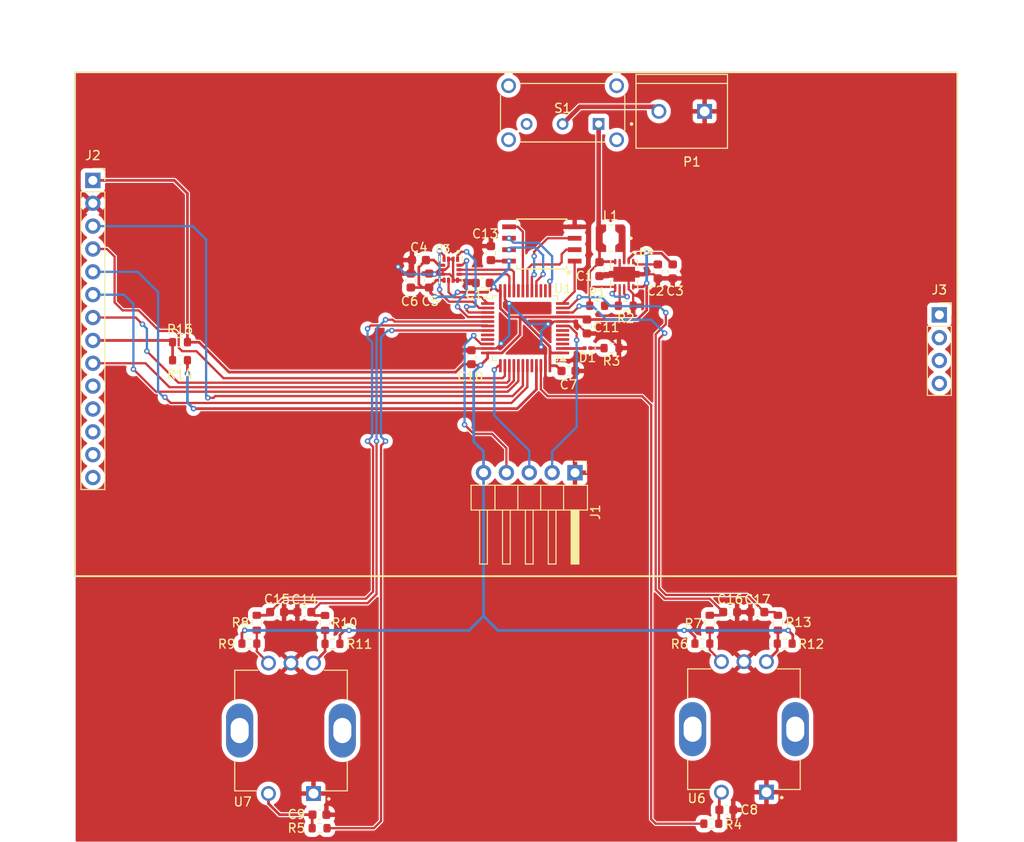
<source format=kicad_pcb>
(kicad_pcb (version 20241229) (generator "pcbnew") (generator_version "9.0")
  (layers (0 "F.Cu" signal) (2 "B.Cu" signal) (13 "F.Paste" user) (15 "B.Paste" user) (5 "F.SilkS" user "F.Silkscreen") (7 "B.SilkS" user "B.Silkscreen") (1 "F.Mask" user) (3 "B.Mask" user) (25 "Edge.Cuts" user))
  (net 0 "")
  (net 1 "Net-(U4-EN)")
  (net 2 "GND")
  (net 3 "Net-(U4-VAUX)")
  (net 4 "+3V3")
  (net 5 "Net-(U6-PB_2)")
  (net 6 "Net-(U7-PB_2)")
  (net 7 "Net-(D1-K)")
  (net 8 "Net-(D1-A)")
  (net 9 "/DEBUG_CLK")
  (net 10 "/DEBUG_DIO")
  (net 11 "/NRST")
  (net 12 "/RESET")
  (net 13 "/SPI3_MOCI")
  (net 14 "/UNUSED_T_IRQ")
  (net 15 "/UNUSED_T_DIN")
  (net 16 "/UNUSED_T_CS")
  (net 17 "/UNUSED_T_DO")
  (net 18 "/SPI3_CS")
  (net 19 "/SPI3_SCK")
  (net 20 "/DC{slash}RS")
  (net 21 "/SPI3_MICO")
  (net 22 "/UNUSED_T_CLK")
  (net 23 "/LED")
  (net 28 "Net-(U4-L)")
  (net 29 "Net-(U4-UVLO)")
  (net 30 "/PB_2")
  (net 31 "/PB_1")
  (net 32 "/QEI2_A")
  (net 33 "/SPI2_SCK")
  (net 34 "/IMU_INT1")
  (net 35 "/QUADSPI_CLK")
  (net 39 "/SPI2_MOCI")
  (net 41 "/SPI2_MICO")
  (net 42 "/QUADSPI_IO0")
  (net 44 "/QEI1_A")
  (net 45 "/QUADSPI_IO3")
  (net 47 "/QUADSPI_NCS")
  (net 48 "/SPI2_CS")
  (net 50 "/QEI2_B")
  (net 54 "/IMU_INT2")
  (net 55 "/QUADSPI_IO2")
  (net 56 "/QEI1_B")
  (net 57 "/QUADSPI_IO1")
  (net 58 "Net-(J2-Pin_8)")
  (net 59 "Net-(U6-Quad_B)")
  (net 60 "Net-(U7-Quad_B)")
  (net 61 "Net-(U7-Quad_A)")
  (net 62 "Net-(U6-Quad_A)")
  (net 67 "Net-(P1-Pad2)")
  (footprint "PEC11R_4215F_S0024:XDCR_PEC11R-4215F-S0024" (layer "F.Cu") (at 178.738 125.041 180)
    (property "Reference" "U6")
    (property "Value" "Adafruit 377 Rotary Encoder" (hide yes))
  )
  (footprint "Resistor_SMD:R_0603_1608Metric" (layer "F.Cu") (at 133.044 115.556)
    (property "Reference" "R11")
    (property "Value" "10k" (hide yes))
  )
  (footprint "Resistor_SMD:R_0603_1608Metric" (layer "F.Cu") (at 123.814 115.533)
    (property "Reference" "R9")
    (property "Value" "10k" (hide yes))
  )
  (footprint "ICM_42688_P:PQFN50P300X250X97-14N" (layer "F.Cu") (at 146.188 73.9885 -90)
    (property "Reference" "U3")
    (property "Value" "ICM-42688-P" (hide yes))
  )
  (footprint "Resistor_SMD:R_0603_1608Metric" (layer "F.Cu") (at 162.438 77.9885)
    (property "Reference" "R1")
    (property "Value" "2M" (hide yes))
  )
  (footprint "Capacitor_SMD:C_0603_1608Metric" (layer "F.Cu") (at 131.596 134.541)
    (property "Reference" "C9")
    (property "Value" "0.47uF" (hide yes))
  )
  (footprint "Resistor_SMD:R_0603_1608Metric" (layer "F.Cu") (at 165.613 77.9885)
    (property "Reference" "R2")
    (property "Value" "250k" (hide yes))
  )
  (footprint "Resistor_SMD:R_0603_1608Metric" (layer "F.Cu") (at 183.264 115.533)
    (property "Reference" "R12")
    (property "Value" "10k" (hide yes))
  )
  (footprint "Capacitor_SMD:C_0603_1608Metric" (layer "F.Cu") (at 161.301 80.296 -90)
    (property "Reference" "C11")
    (property "Value" "0.1uF" (hide yes))
  )
  (footprint "Capacitor_SMD:C_0603_1608Metric" (layer "F.Cu") (at 176.782 134.004)
    (property "Reference" "C8")
    (property "Value" "0.47uF" (hide yes))
  )
  (footprint "TPS61201DRCT:VREG_V62_16624-01YE" (layer "F.Cu") (at 165.438 74.4885 -90)
    (property "Reference" "U4")
    (property "Value" "~" (hide yes))
  )
  (footprint "Capacitor_SMD:C_0603_1608Metric" (layer "F.Cu") (at 126.897 112.033)
    (property "Reference" "C15")
    (property "Value" "0.22uF" (hide yes))
  )
  (footprint "Capacitor_SMD:C_0603_1608Metric" (layer "F.Cu") (at 149.731 75.457 180)
    (property "Reference" "C12")
    (property "Value" "0.1uF" (hide yes))
  )
  (footprint "Capacitor_SMD:C_0603_1608Metric" (layer "F.Cu") (at 170.826 74.174 -90)
    (property "Reference" "C3")
    (property "Value" "12uF" (hide yes))
  )
  (footprint "EG1224:SW_EG1224" (layer "F.Cu") (at 158.604 56.541 180)
    (property "Reference" "S1")
    (property "Value" "EG1224" (hide yes))
  )
  (footprint "Capacitor_SMD:C_0603_1608Metric" (layer "F.Cu") (at 142.645 72.917 180)
    (property "Reference" "C4")
    (property "Value" "10nF" (hide yes))
  )
  (footprint "Connector_PinSocket_2.54mm:PinSocket_1x14_P2.54mm_Vertical" (layer "F.Cu") (at 106.438 64.061)
    (property "Reference" "J2")
    (property "Value" "Display / Mounting Socket")
  )
  (footprint "Resistor_SMD:R_0603_1608Metric" (layer "F.Cu") (at 131.613 136.041)
    (property "Reference" "R5")
    (property "Value" "10k" (hide yes))
  )
  (footprint "Capacitor_SMD:C_0603_1608Metric" (layer "F.Cu") (at 177.206 112.033)
    (property "Reference" "C16")
    (property "Value" "0.22uF" (hide yes))
  )
  (footprint "LED_SMD:LED_0201_0603Metric" (layer "F.Cu") (at 161.361 82.696 180)
    (property "Reference" "D1")
    (property "Value" "LED" (hide yes))
  )
  (footprint "Capacitor_SMD:C_0603_1608Metric" (layer "F.Cu") (at 180.228 112.033 180)
    (property "Reference" "C17")
    (property "Value" "0.22uF" (hide yes))
  )
  (footprint "Resistor_SMD:R_0603_1608Metric" (layer "F.Cu") (at 174.948 113.208 90)
    (property "Reference" "R7")
    (property "Value" "10k" (hide yes))
  )
  (footprint "Connector_PinSocket_2.54mm:PinSocket_1x04_P2.54mm_Vertical" (layer "F.Cu") (at 200.438 79.001)
    (property "Reference" "J3")
    (property "Value" "Display Mounting Socket")
  )
  (footprint "Connector_PinHeader_2.54mm:PinHeader_1x05_P2.54mm_Horizontal" (layer "F.Cu") (at 159.978 96.541 -90)
    (property "Reference" "J1")
    (property "Value" "Debug Connector")
  )
  (footprint "Capacitor_SMD:C_0603_1608Metric" (layer "F.Cu") (at 148.474 83.712 90)
    (property "Reference" "C10")
    (property "Value" "0.1uF" (hide yes))
  )
  (footprint "Package_QFP:LQFP-48_7x7mm_P0.5mm" (layer "F.Cu") (at 154.438 80.4885 180)
    (property "Reference" "U1")
    (property "Value" "STM32L433CCTx")
  )
  (footprint "Resistor_SMD:R_0603_1608Metric" (layer "F.Cu") (at 124.639 113.208 90)
    (property "Reference" "R8")
    (property "Value" "10k" (hide yes))
  )
  (footprint "Capacitor_SMD:C_0603_1608Metric" (layer "F.Cu") (at 162.698 73.92 -90)
    (property "Reference" "C1")
    (property "Value" "4.7uF" (hide yes))
  )
  (footprint "Resistor_SMD:R_0603_1608Metric" (layer "F.Cu") (at 174.123 115.533)
    (property "Reference" "R6")
    (property "Value" "10k" (hide yes))
  )
  (footprint "Resistor_SMD:R_0603_1608Metric" (layer "F.Cu") (at 132.219 113.231 90)
    (property "Reference" "R10")
    (property "Value" "10k" (hide yes))
  )
  (footprint "w25_footprints:SOIC-8_5P28X5P28_WIN" (layer "F.Cu") (at 156.2931 71.1235 180)
    (property "Reference" "U2" (hide yes))
    (property "Value" "W25Q64JV" (hide yes))
  )
  (footprint "Capacitor_SMD:C_0603_1608Metric" (layer "F.Cu") (at 150.633 72.142 90)
    (property "Reference" "C13")
    (property "Value" "0.1uF" (hide yes))
  )
  (footprint "Resistor_SMD:R_0603_1608Metric" (layer "F.Cu") (at 182.51 113.208 90)
    (property "Reference" "R13")
    (property "Value" "10k" (hide yes))
  )
  (footprint "Capacitor_SMD:C_0603_1608Metric" (layer "F.Cu") (at 129.919 112.033 180)
    (property "Reference" "C14")
    (property "Value" "0.22uF" (hide yes))
  )
  (footprint "Resistor_SMD:R_0603_1608Metric" (layer "F.Cu") (at 116.113 84.041)
    (property "Reference" "R14")
    (property "Value" "0" (hide yes))
  )
  (footprint "Capacitor_SMD:C_0603_1608Metric" (layer "F.Cu") (at 159.256 85.236)
    (property "Reference" "C7")
    (property "Value" "0.1uF" (hide yes))
  )
  (footprint "Capacitor_SMD:C_0603_1608Metric" (layer "F.Cu") (at 141.743 75.19 90)
    (property "Reference" "C6")
    (property "Value" "2.2uF" (hide yes))
  )
  (footprint "Capacitor_SMD:C_0603_1608Metric" (layer "F.Cu") (at 169.175 74.174 -90)
    (property "Reference" "C2")
    (property "Value" "0.12uF" (hide yes))
  )
  (footprint "LPS3015-222MRC:IND_LPS3015-222MRC" (layer "F.Cu") (at 163.938 70.4885 180)
    (property "Reference" "L1")
    (property "Value" "2.2uH" (hide yes))
  )
  (footprint "PEC11R_4215F_S0024:XDCR_PEC11R-4215F-S0024" (layer "F.Cu") (at 128.438 125.191 180)
    (property "Reference" "U7")
    (property "Value" "Adafruit 377 Rotary Encoder" (hide yes))
  )
  (footprint "Resistor_SMD:R_0603_1608Metric" (layer "F.Cu") (at 164.031 82.696 180)
    (property "Reference" "R3")
    (property "Value" "220" (hide yes))
  )
  (footprint "Resistor_SMD:R_0603_1608Metric" (layer "F.Cu") (at 116.113 82.041)
    (property "Reference" "R15")
    (property "Value" "0" (hide yes))
  )
  (footprint "Capacitor_SMD:C_0603_1608Metric" (layer "F.Cu") (at 143.775 75.19 90)
    (property "Reference" "C5")
    (property "Value" "0.1uF" (hide yes))
  )
  (footprint "Resistor_SMD:R_0603_1608Metric" (layer "F.Cu") (at 175.113 135.541 180)
    (property "Reference" "R4")
    (property "Value" "10k" (hide yes))
  )
  (footprint "282837_2:TE_282837-2" (layer "F.Cu") (at 171.831 56.388 180)
    (property "Reference" "P1")
    (property "Value" "282837-2")
  )
  (gr_rect (start 104.438 52.041) (end 202.438 108.041) (stroke (width 0.2)) (fill no) (layer "F.SilkS"))
  (gr_rect (start 104.438 52.041) (end 202.438 137.541) (stroke (width 0.05)) (fill no) (layer "Edge.Cuts"))
  (segment (start 162.7545 73.0885) (end 162.698 73.145) (width 0.3048) (layer "F.Cu") (net 1))
  (segment (start 164.438 73.0885) (end 162.7545 73.0885) (width 0.3048) (layer "F.Cu") (net 1))
  (segment (start 164.1005 76.651) (end 164.438 76.3135) (width 0.254) (layer "F.Cu") (net 1))
  (segment (start 164.438 76.3135) (end 164.438 75.8885) (width 0.254) (layer "F.Cu") (net 1))
  (segment (start 161.938 75.9885) (end 162.038 75.8885) (width 0.254) (layer "F.Cu") (net 1))
  (segment (start 162.698 70.5185) (end 162.668 70.4885) (width 0.3048) (layer "F.Cu") (net 1))
  (segment (start 162.604 57.791) (end 162.604 70.4245) (width 0.508) (layer "F.Cu") (net 1))
  (segment (start 161.613 76.3135) (end 161.938 75.9885) (width 0.254) (layer "F.Cu") (net 1))
  (segment (start 161.613 74.23) (end 162.698 73.145) (width 0.254) (layer "F.Cu") (net 1))
  (segment (start 162.938 70.7585) (end 162.668 70.4885) (width 0.1524) (layer "F.Cu") (net 1))
  (segment (start 162.604 70.4245) (end 162.668 70.4885) (width 0.508) (layer "F.Cu") (net 1))
  (segment (start 165.763 76.9885) (end 165.438 76.6635) (width 0.254) (layer "F.Cu") (net 1))
  (segment (start 162.698 73.145) (end 162.698 70.5185) (width 0.3048) (layer "F.Cu") (net 1))
  (segment (start 165.438 76.6635) (end 165.438 75.8885) (width 0.254) (layer "F.Cu") (net 1))
  (segment (start 161.613 76.3135) (end 161.613 74.23) (width 0.254) (layer "F.Cu") (net 1))
  (segment (start 161.613 77.9885) (end 161.613 76.3135) (width 0.254) (layer "F.Cu") (net 1))
  (segment (start 162.038 75.8885) (end 164.438 75.8885) (width 0.254) (layer "F.Cu") (net 1))
  (via (at 165.763 76.9885) (size 0.61) (drill 0.3) (layers "F.Cu" "B.Cu") (net 1))
  (via (at 164.1005 76.651) (size 0.61) (drill 0.3) (layers "F.Cu" "B.Cu") (net 1))
  (segment (start 164.1005 76.651) (end 164.438 76.9885) (width 0.254) (layer "B.Cu") (net 1))
  (segment (start 164.438 76.9885) (end 165.763 76.9885) (width 0.254) (layer "B.Cu") (net 1))
  (segment (start 157.364 80.029) (end 157.6545 79.7385) (width 0.254) (layer "F.Cu") (net 2))
  (segment (start 165.938 74.9885) (end 165.438 74.4885) (width 0.254) (layer "F.Cu") (net 2))
  (segment (start 146.938 75.1535) (end 146.438 75.1535) (width 0.254) (layer "F.Cu") (net 2))
  (segment (start 146.438 74.858501) (end 146.067999 74.4885) (width 0.254) (layer "F.Cu") (net 2))
  (segment (start 158.6005 79.7385) (end 159.9685 79.7385) (width 0.254) (layer "F.Cu") (net 2))
  (segment (start 144.379 74.4885) (end 145.273 74.4885) (width 0.254) (layer "F.Cu") (net 2))
  (segment (start 165.938 75.8885) (end 165.938 74.9885) (width 0.254) (layer "F.Cu") (net 2))
  (segment (start 146.938 75.1535) (end 148.6525 75.1535) (width 0.254) (layer "F.Cu") (net 2))
  (segment (start 165.2315 74.695) (end 165.438 74.4885) (width 0.3048) (layer "F.Cu") (net 2))
  (segment (start 157.6545 79.7385) (end 158.6005 79.7385) (width 0.254) (layer "F.Cu") (net 2))
  (segment (start 165.938 75.8885) (end 165.938 76.157) (width 0.254) (layer "F.Cu") (net 2))
  (segment (start 146.067999 74.4885) (end 145.273 74.4885) (width 0.254) (layer "F.Cu") (net 2))
  (segment (start 159.9685 79.7385) (end 161.301 81.071) (width 0.254) (layer "F.Cu") (net 2))
  (segment (start 169.175 74.949) (end 168.7145 74.4885) (width 0.254) (layer "F.Cu") (net 2))
  (segment (start 148.6725 82.7385) (end 148.474 82.937) (width 0.254) (layer "F.Cu") (net 2))
  (segment (start 151.776 82.188) (end 151.2255 82.7385) (width 0.254) (layer "F.Cu") (net 2))
  (segment (start 165.938 76.157) (end 166.438 76.657) (width 0.254) (layer "F.Cu") (net 2))
  (segment (start 164.938 73.9885) (end 165.438 74.4885) (width 0.254) (layer "F.Cu") (net 2))
  (segment (start 166.438 76.657) (end 166.438 77.9885) (width 0.254) (layer "F.Cu") (net 2))
  (segment (start 146.438 75.1535) (end 146.438 72.8235) (width 0.254) (layer "F.Cu") (net 2))
  (segment (start 164.913 73.9635) (end 165.438 74.4885) (width 0.254) (layer "F.Cu") (net 2))
  (segment (start 159.396 86.379) (end 160.031 85.744) (width 0.3048) (layer "F.Cu") (net 2))
  (segment (start 145.273 73.9885) (end 145.273 74.4885) (width 0.254) (layer "F.Cu") (net 2))
  (segment (start 160.031 85.744) (end 160.031 85.236) (width 0.3048) (layer "F.Cu") (net 2))
  (segment (start 157.237 86.379) (end 159.396 86.379) (width 0.3048) (layer "F.Cu") (net 2))
  (segment (start 162.698 74.695) (end 165.2315 74.695) (width 0.3048) (layer "F.Cu") (net 2))
  (segment (start 156.983 80.029) (end 157.364 80.029) (width 0.254) (layer "F.Cu") (net 2))
  (segment (start 156.688 85.83) (end 157.237 86.379) (width 0.3048) (layer "F.Cu") (net 2))
  (segment (start 144.379 74.4885) (end 144.879 73.9885) (width 0.254) (layer "F.Cu") (net 2))
  (segment (start 146.438 75.1535) (end 146.438 74.858501) (width 0.254) (layer "F.Cu") (net 2))
  (segment (start 152.188 77.266) (end 152.665 77.743) (width 0.254) (layer "F.Cu") (net 2))
  (segment (start 168.7145 74.4885) (end 165.438 74.4885) (width 0.254) (layer "F.Cu") (net 2))
  (segment (start 144.879 73.9885) (end 145.273 73.9885) (width 0.254) (layer "F.Cu") (net 2))
  (segment (start 156.688 84.651) (end 156.688 85.83) (width 0.3048) (layer "F.Cu") (net 2))
  (segment (start 163.231 81.071) (end 164.856 82.696) (width 0.254) (layer "F.Cu") (net 2))
  (segment (start 152.188 76.326) (end 152.188 77.266) (width 0.254) (layer "F.Cu") (net 2))
  (segment (start 145.567999 73.9885) (end 145.273 73.9885) (width 0.254) (layer "F.Cu") (net 2))
  (segment (start 156.688 84.651) (end 156.688 83.036) (width 0.3048) (layer "F.Cu") (net 2))
  (segment (start 150.2755 82.7385) (end 148.6725 82.7385) (width 0.254) (layer "F.Cu") (net 2))
  (segment (start 151.2255 82.7385) (end 150.2755 82.7385) (width 0.254) (layer "F.Cu") (net 2))
  (segment (start 156.688 83.036) (end 156.221 82.569) (width 0.3048) (layer "F.Cu") (net 2))
  (segment (start 145.938 72.8235) (end 145.938 73.618499) (width 0.254) (layer "F.Cu") (net 2))
  (segment (start 148.6525 75.1535) (end 148.956 75.457) (width 0.254) (layer "F.Cu") (net 2))
  (segment (start 145.938 73.618499) (end 145.567999 73.9885) (width 0.254) (layer "F.Cu") (net 2))
  (segment (start 145.938 72.8235) (end 146.438 72.8235) (width 0.254) (layer "F.Cu") (net 2))
  (segment (start 164.938 73.0885) (end 164.938 73.9885) (width 0.254) (layer "F.Cu") (net 2))
  (segment (start 142.251 72.93) (end 142.238 72.917) (width 0.254) (layer "F.Cu") (net 2))
  (segment (start 161.301 81.071) (end 163.231 81.071) (width 0.254) (layer "F.Cu") (net 2))
  (via (at 144.379 74.4885) (size 0.61) (drill 0.3) (layers "F.Cu" "B.Cu") (net 2))
  (via (at 156.983 80.029) (size 0.61) (drill 0.3) (layers "F.Cu" "B.Cu") (net 2))
  (via (at 140.335 73.66) (size 0.61) (drill 0.3) (layers "F.Cu" "B.Cu") (net 2))
  (via (at 156.221 82.569) (size 0.61) (drill 0.3) (layers "F.Cu" "B.Cu") (net 2))
  (via (at 152.665 77.743) (size 0.61) (drill 0.3) (layers "F.Cu" "B.Cu") (net 2))
  (via (at 151.776 82.188) (size 0.61) (drill 0.3) (layers "F.Cu" "B.Cu") (net 2))
  (segment (start 154.951 80.029) (end 152.665 77.743) (width 0.254) (layer "B.Cu") (net 2))
  (segment (start 156.221 80.791) (end 156.983 80.029) (width 0.3048) (layer "B.Cu") (net 2))
  (segment (start 156.221 82.569) (end 156.221 80.791) (width 0.3048) (layer "B.Cu") (net 2))
  (segment (start 152.665 77.743) (end 152.665 81.299) (width 0.254) (layer "B.Cu") (net 2))
  (segment (start 141.1635 74.4885) (end 144.379 74.4885) (width 0.254) (layer "B.Cu") (net 2))
  (segment (start 152.665 81.299) (end 151.776 82.188) (width 0.254) (layer "B.Cu") (net 2))
  (segment (start 156.983 80.029) (end 154.951 80.029) (width 0.254) (layer "B.Cu") (net 2))
  (segment (start 140.335 73.66) (end 141.1635 74.4885) (width 0.254) (layer "B.Cu") (net 2))
  (segment (start 166.7485 73.399) (end 169.175 73.399) (width 0.254) (layer "F.Cu") (net 3))
  (segment (start 166.438 73.0885) (end 166.7485 73.399) (width 0.254) (layer "F.Cu") (net 3))
  (segment (start 143.775 75.965) (end 141.743 75.965) (width 0.3048) (layer "F.Cu") (net 4))
  (segment (start 151.688 76.326) (end 151.375 76.326) (width 0.3048) (layer "F.Cu") (net 4))
  (segment (start 165.938 72.788501) (end 166.571501 72.155) (width 0.3048) (layer "F.Cu") (net 4))
  (segment (start 184.161 115.461) (end 184.089 115.533) (width 0.3048) (layer "F.Cu") (net 4))
  (segment (start 122.989 114.367) (end 123.299 114.057) (width 0.3048) (layer "F.Cu") (net 4))
  (segment (start 158.6005 79.2385) (end 153.8855 79.2385) (width 0.3048) (layer "F.Cu") (net 4))
  (segment (start 115.488 64.061) (end 106.438 64.061) (width 0.3048) (layer "F.Cu") (net 4))
  (segment (start 144.41 76.9885) (end 144.379 76.9885) (width 0.3048) (layer "F.Cu") (net 4))
  (segment (start 165.938 73.0885) (end 165.938 72.788501) (width 0.3048) (layer "F.Cu") (net 4))
  (segment (start 146.938 76.4885) (end 150.3635 76.4885) (width 0.3048) (layer "F.Cu") (net 4))
  (segment (start 167.538 75.8885) (end 167.938 75.4885) (width 0.3048) (layer "F.Cu") (net 4))
  (segment (start 116.938 65.511) (end 115.488 64.061) (width 0.3048) (layer "F.Cu") (net 4))
  (segment (start 122.989 115.533) (end 122.989 114.367) (width 0.3048) (layer "F.Cu") (net 4))
  (segment (start 157.3855 83.2385) (end 157.188 83.041) (width 0.3048) (layer "F.Cu") (net 4))
  (segment (start 134.377 114.065) (end 133.869 114.573) (width 0.3048) (layer "F.Cu") (net 4))
  (segment (start 151.8685 83.2385) (end 153.8855 81.2215) (width 0.3048) (layer "F.Cu") (net 4))
  (segment (start 150.938 72.9885) (end 150.978 73.0285) (width 0.1524) (layer "F.Cu") (net 4))
  (segment (start 183.653 114.065) (end 184.161 114.573) (width 0.3048) (layer "F.Cu") (net 4))
  (segment (start 142.632 75.584) (end 143.013 75.965) (width 0.3048) (layer "F.Cu") (net 4))
  (segment (start 148.474 84.487) (end 147.597 84.487) (width 0.3048) (layer "F.Cu") (net 4))
  (segment (start 142.632 73.705) (end 143.42 72.917) (width 0.3048) (layer "F.Cu") (net 4))
  (segment (start 153.8855 81.2215) (end 153.8855 79.2385) (width 0.3048) (layer "F.Cu") (net 4))
  (segment (start 184.161 114.573) (end 184.161 115.461) (width 0.3048) (layer "F.Cu") (net 4))
  (segment (start 149.49 84.601) (end 150.2755 83.8155) (width 0.3048) (layer "F.Cu") (net 4))
  (segment (start 133.869 114.573) (end 133.869 115.556) (width 0.3048) (layer "F.Cu") (net 4))
  (segment (start 143.938 76.128) (end 143.775 75.965) (width 0.3048) (layer "F.Cu") (net 4))
  (segment (start 148.588 84.601) (end 148.474 84.487) (width 0.3048) (layer "F.Cu") (net 4))
  (segment (start 157.188 82.541) (end 153.8855 79.2385) (width 0.3048) (layer "F.Cu") (net 4))
  (segment (start 166.438 75.8885) (end 167.538 75.8885) (width 0.3048) (layer "F.Cu") (net 4))
  (segment (start 150.2755 83.8155) (end 150.2755 83.2385) (width 0.3048) (layer "F.Cu") (net 4))
  (segment (start 150.7445 73.0285) (end 150.633 72.917) (width 0.3048) (layer "F.Cu") (net 4))
  (segment (start 144.5865 75.1535) (end 143.775 75.965) (width 0.3048) (layer "F.Cu") (net 4))
  (segment (start 157.188 84.651) (end 157.188 82.541) (width 0.3048) (layer "F.Cu") (net 4))
  (segment (start 151.688 78.291) (end 151.688 76.326) (width 0.3048) (layer "F.Cu") (net 4))
  (segment (start 144.8545 73.4885) (end 145.273 73.4885) (width 0.3048) (layer "F.Cu") (net 4))
  (segment (start 147.597 84.487) (end 146.721 85.363) (width 0.3048) (layer "F.Cu") (net 4))
  (segment (start 158.6005 83.2385) (end 157.3855 83.2385) (width 0.3048) (layer "F.Cu") (net 4))
  (segment (start 161.301 79.521) (end 166.9055 79.521) (width 0.3048) (layer "F.Cu") (net 4))
  (segment (start 157.188 84.651) (end 157.896 84.651) (width 0.3048) (layer "F.Cu") (net 4))
  (segment (start 134.885 114.065) (end 134.377 114.065) (width 0.3048) (layer "F.Cu") (net 4))
  (segment (start 143.42 72.917) (end 144.283 72.917) (width 0.3048) (layer "F.Cu") (net 4))
  (segment (start 151.375 76.326) (end 150.9505 75.9015) (width 0.3048) (layer "F.Cu") (net 4))
  (segment (start 150.3635 76.4885) (end 150.9505 75.9015) (width 0.3048) (layer "F.Cu") (net 4))
  (segment (start 169.582 72.155) (end 170.826 73.399) (width 0.3048) (layer "F.Cu") (net 4))
  (segment (start 149.744 96.467) (end 149.818 96.541) (width 0.3048) (layer "F.Cu") (net 4))
  (segment (start 172.096 114.065) (end 172.604 114.065) (width 0.3048) (layer "F.Cu") (net 4))
  (segment (start 150.913 72.9885) (end 150.938 72.9885) (width 0.1524) (layer "F.Cu") (net 4))
  (segment (start 149.49 84.601) (end 148.588 84.601) (width 0.3048) (layer "F.Cu") (net 4))
  (segment (start 121.55 85.363) (end 146.721 85.363) (width 0.3048) (layer "F.Cu") (net 4))
  (segment (start 167.905 72.155) (end 169.582 72.155) (width 0.3048) (layer "F.Cu") (net 4))
  (segment (start 143.938 76.5475) (end 143.938 76.128) (width 0.3048) (layer "F.Cu") (net 4))
  (segment (start 173.298 114.759) (end 173.298 115.533) (width 0.3048) (layer "F.Cu") (net 4))
  (segment (start 172.604 114.065) (end 173.298 114.759) (width 0.3048) (layer "F.Cu") (net 4))
  (segment (start 143.013 75.965) (end 143.775 75.965) (width 0.3048) (layer "F.Cu") (net 4))
  (segment (start 152.6355 79.2385) (end 151.688 78.291) (width 0.3048) (layer "F.Cu") (net 4))
  (segment (start 158.6005 79.2385) (end 161.0185 79.2385) (width 0.3048) (layer "F.Cu") (net 4))
  (segment (start 118.228 82.041) (end 121.55 85.363) (width 0.3048) (layer "F.Cu") (net 4))
  (segment (start 153.8855 79.2385) (end 152.6355 79.2385) (width 0.3048) (layer "F.Cu") (net 4))
  (segment (start 144.379 76.9885) (end 143.938 76.5475) (width 0.3048) (layer "F.Cu") (net 4))
  (segment (start 157.896 84.651) (end 158.481 85.236) (width 0.3048) (layer "F.Cu") (net 4))
  (segment (start 166.9055 79.521) (end 167.938 78.4885) (width 0.3048) (layer "F.Cu") (net 4))
  (segment (start 150.2755 83.2385) (end 151.8685 83.2385) (width 0.3048) (layer "F.Cu") (net 4))
  (segment (start 150.9505 75.9015) (end 150.506 75.457) (width 0.3048) (layer "F.Cu") (net 4))
  (segment (start 142.632 75.584) (end 142.632 73.705) (width 0.3048) (layer "F.Cu") (net 4))
  (segment (start 152.6482 73.0285) (end 150.7445 73.0285) (width 0.3048) (layer "F.Cu") (net 4))
  (segment (start 161.0185 79.2385) (end 161.301 79.521) (width 0.3048) (layer "F.Cu") (net 4))
  (segment (start 144.283 72.917) (end 144.8545 73.4885) (width 0.3048) (layer "F.Cu") (net 4))
  (segment (start 157.188 83.041) (end 157.188 82.541) (width 0.3048) (layer "F.Cu") (net 4))
  (segment (start 116.938 82.041) (end 118.228 82.041) (width 0.3048) (layer "F.Cu") (net 4))
  (segment (start 145.438 75.1535) (end 144.5865 75.1535) (width 0.3048) (layer "F.Cu") (net 4))
  (segment (start 116.938 82.041) (end 116.938 65.511) (width 0.3048) (layer "F.Cu") (net 4))
  (segment (start 167.938 78.4885) (end 167.938 75.4885) (width 0.3048) (layer "F.Cu") (net 4))
  (segment (start 166.571501 72.155) (end 167.905 72.155) (width 0.3048) (layer "F.Cu") (net 4))
  (via (at 167.905 72.155) (size 0.61) (drill 0.3) (layers "F.Cu" "B.Cu") (net 4))
  (via (at 123.299 114.057) (size 0.61) (drill 0.3) (layers "F.Cu" "B.Cu") (net 4))
  (via (at 152.6482 73.0285) (size 0.61) (drill 0.3) (layers "F.Cu" "B.Cu") (net 4))
  (via (at 167.938 75.4885) (size 0.61) (drill 0.3) (layers "F.Cu" "B.Cu") (net 4))
  (via (at 146.938 76.4885) (size 0.61) (drill 0.3) (layers "F.Cu" "B.Cu") (net 4))
  (via (at 149.49 84.601) (size 0.61) (drill 0.3) (layers "F.Cu" "B.Cu") (net 4))
  (via (at 150.9505 75.9015) (size 0.61) (drill 0.3) (layers "F.Cu" "B.Cu") (net 4))
  (via (at 183.653 114.065) (size 0.61) (drill 0.3) (layers "F.Cu" "B.Cu") (net 4))
  (via (at 172.096 114.065) (size 0.61) (drill 0.3) (layers "F.Cu" "B.Cu") (net 4))
  (via (at 134.885 114.065) (size 0.61) (drill 0.3) (layers "F.Cu" "B.Cu") (net 4))
  (via (at 144.41 76.9885) (size 0.61) (drill 0.3) (layers "F.Cu" "B.Cu") (net 4))
  (segment (start 148.728 93.089) (end 149.818 94.179) (width 0.3048) (layer "B.Cu") (net 4))
  (segment (start 144.41 76.9885) (end 146.438 76.9885) (width 0.3048) (layer "B.Cu") (net 4))
  (segment (start 146.438 76.9885) (end 146.938 76.4885) (width 0.3048) (layer "B.Cu") (net 4))
  (segment (start 167.905 72.155) (end 167.938 72.188) (width 0.3048) (layer "B.Cu") (net 4))
  (segment (start 149.818 94.179) (end 149.818 96.541) (width 0.3048) (layer "B.Cu") (net 4))
  (segment (start 148.728 85.363) (end 148.728 93.089) (width 0.3048) (layer "B.Cu") (net 4))
  (segment (start 123.307 114.065) (end 123.299 114.057) (width 0.3048) (layer "B.Cu") (net 4))
  (segment (start 167.938 72.188) (end 167.938 75.4885) (width 0.3048) (layer "B.Cu") (net 4))
  (segment (start 149.49 84.601) (end 148.728 85.363) (width 0.3048) (layer "B.Cu") (net 4))
  (segment (start 134.885 114.065) (end 123.307 114.065) (width 0.3048) (layer "B.Cu") (net 4))
  (segment (start 150.9505 75.5205) (end 152.6482 73.8228) (width 0.3048) (layer "B.Cu") (net 4))
  (segment (start 172.096 114.065) (end 151.416 114.065) (width 0.3048) (layer "B.Cu") (net 4))
  (segment (start 151.416 114.065) (end 149.818 112.467) (width 0.3048) (layer "B.Cu") (net 4))
  (segment (start 152.6482 73.8228) (end 152.6482 73.0285) (width 0.3048) (layer "B.Cu") (net 4))
  (segment (start 150.9505 75.9015) (end 150.9505 75.5205) (width 0.3048) (layer "B.Cu") (net 4))
  (segment (start 183.653 114.065) (end 172.096 114.065) (width 0.3048) (layer "B.Cu") (net 4))
  (segment (start 148.22 114.065) (end 149.818 112.467) (width 0.3048) (layer "B.Cu") (net 4))
  (segment (start 134.885 114.065) (end 148.22 114.065) (width 0.3048) (layer "B.Cu") (net 4))
  (segment (start 149.818 112.467) (end 149.818 96.541) (width 0.3048) (layer "B.Cu") (net 4))
  (segment (start 175.938 135.541) (end 175.938 134.073) (width 0.3048) (layer "F.Cu") (net 5))
  (segment (start 175.938 134.073) (end 176.007 134.004) (width 0.3048) (layer "F.Cu") (net 5))
  (segment (start 176.118 132.161) (end 176.238 132.041) (width 0.254) (layer "F.Cu") (net 5))
  (segment (start 176.007 134.004) (end 176.007 132.272) (width 0.3048) (layer "F.Cu") (net 5))
  (segment (start 176.007 132.272) (end 176.238 132.041) (width 0.3048) (layer "F.Cu") (net 5))
  (segment (start 127.167 134.541) (end 125.938 133.312) (width 0.3048) (layer "F.Cu") (net 6))
  (segment (start 125.938 132.191) (end 125.773 132.356) (width 0.254) (layer "F.Cu") (net 6))
  (segment (start 130.788 136.041) (end 130.788 134.574) (width 0.3048) (layer "F.Cu") (net 6))
  (segment (start 130.788 134.574) (end 130.821 134.541) (width 0.3048) (layer "F.Cu") (net 6))
  (segment (start 125.938 133.312) (end 125.938 132.191) (width 0.3048) (layer "F.Cu") (net 6))
  (segment (start 130.821 134.541) (end 127.167 134.541) (width 0.3048) (layer "F.Cu") (net 6))
  (segment (start 161.681 82.696) (end 163.206 82.696) (width 0.3048) (layer "F.Cu") (net 7))
  (segment (start 160.9985 82.7385) (end 161.041 82.696) (width 0.3048) (layer "F.Cu") (net 8))
  (segment (start 158.6005 82.7385) (end 160.9985 82.7385) (width 0.3048) (layer "F.Cu") (net 8))
  (segment (start 151.014 85.109) (end 151.472 84.651) (width 0.254) (layer "F.Cu") (net 9))
  (segment (start 151.472 84.651) (end 151.688 84.651) (width 0.254) (layer "F.Cu") (net 9))
  (via (at 151.014 85.109) (size 0.61) (drill 0.3) (layers "F.Cu" "B.Cu") (net 9))
  (segment (start 154.898 94.073) (end 154.898 96.541) (width 0.254) (layer "B.Cu") (net 9))
  (segment (start 151.014 90.189) (end 154.898 94.073) (width 0.254) (layer "B.Cu") (net 9))
  (segment (start 151.014 85.109) (end 151.014 90.189) (width 0.254) (layer "B.Cu") (net 9))
  (segment (start 150.2755 82.2385) (end 149.53925 82.2385) (width 0.254) (layer "F.Cu") (net 10))
  (segment (start 147.712 91.205) (end 148.728 92.221) (width 0.254) (layer "F.Cu") (net 10))
  (segment (start 148.728 81.42725) (end 148.728 81.299) (width 0.254) (layer "F.Cu") (net 10))
  (segment (start 152.358 93.819) (end 152.358 96.541) (width 0.254) (layer "F.Cu") (net 10))
  (segment (start 149.53925 82.2385) (end 148.728 81.42725) (width 0.254) (layer "F.Cu") (net 10))
  (segment (start 148.728 92.221) (end 150.76 92.221) (width 0.254) (layer "F.Cu") (net 10))
  (segment (start 150.76 92.221) (end 152.358 93.819) (width 0.254) (layer "F.Cu") (net 10))
  (via (at 148.728 81.299) (size 0.61) (drill 0.3) (layers "F.Cu" "B.Cu") (net 10))
  (via (at 147.712 91.205) (size 0.61) (drill 0.3) (layers "F.Cu" "B.Cu") (net 10))
  (segment (start 148.728 81.299) (end 147.712 82.315) (width 0.254) (layer "B.Cu") (net 10))
  (segment (start 147.712 82.315) (end 147.712 91.205) (width 0.254) (layer "B.Cu") (net 10))
  (segment (start 160.158 81.807) (end 160.158 81.058502) (width 0.254) (layer "F.Cu") (net 11))
  (segment (start 160.158 81.058502) (end 159.337998 80.2385) (width 0.254) (layer "F.Cu") (net 11))
  (segment (start 159.337998 80.2385) (end 158.6005 80.2385) (width 0.254) (layer "F.Cu") (net 11))
  (via (at 160.158 81.807) (size 0.61) (drill 0.3) (layers "F.Cu" "B.Cu") (net 11))
  (segment (start 157.438 94.179) (end 157.438 96.541) (width 0.254) (layer "B.Cu") (net 11))
  (segment (start 160.158 91.459) (end 157.438 94.179) (width 0.254) (layer "B.Cu") (net 11))
  (segment (start 160.158 81.807) (end 160.158 91.459) (width 0.254) (layer "B.Cu") (net 11))
  (segment (start 115.9684 82.651365) (end 115.9684 81.1784) (width 0.254) (layer "F.Cu") (net 12))
  (segment (start 115.581 80.791) (end 113.803 80.791) (width 0.254) (layer "F.Cu") (net 12))
  (segment (start 151.938 86.041) (end 120.938 86.041) (width 0.254) (layer "F.Cu") (net 12))
  (segment (start 115.9684 81.1784) (end 115.581 80.791) (width 0.254) (layer "F.Cu") (net 12))
  (segment (start 116.358035 83.041) (end 115.9684 82.651365) (width 0.254) (layer "F.Cu") (net 12))
  (segment (start 109.739 78.505) (end 108.85 77.616) (width 0.254) (layer "F.Cu") (net 12))
  (segment (start 117.938 83.041) (end 116.358035 83.041) (width 0.254) (layer "F.Cu") (net 12))
  (segment (start 152.188 84.651) (end 152.188 85.791) (width 0.254) (layer "F.Cu") (net 12))
  (segment (start 152.188 85.791) (end 151.938 86.041) (width 0.254) (layer "F.Cu") (net 12))
  (segment (start 108.85 77.616) (end 108.85 72.536) (width 0.254) (layer "F.Cu") (net 12))
  (segment (start 120.938 86.041) (end 117.938 83.041) (width 0.254) (layer "F.Cu") (net 12))
  (segment (start 113.803 80.791) (end 111.517 78.505) (width 0.254) (layer "F.Cu") (net 12))
  (segment (start 108.85 72.536) (end 107.995 71.681) (width 0.254) (layer "F.Cu") (net 12))
  (segment (start 107.995 71.681) (end 106.438 71.681) (width 0.254) (layer "F.Cu") (net 12))
  (segment (start 111.517 78.505) (end 109.739 78.505) (width 0.254) (layer "F.Cu") (net 12))
  (segment (start 110.938 85.041) (end 113.438 87.541) (width 0.254) (layer "F.Cu") (net 13))
  (segment (start 153.688 86.37146) (end 153.688 84.651) (width 0.254) (layer "F.Cu") (net 13))
  (segment (start 113.438 87.541) (end 152.51846 87.541) (width 0.254) (layer "F.Cu") (net 13))
  (segment (start 152.51846 87.541) (end 153.688 86.37146) (width 0.254) (layer "F.Cu") (net 13))
  (via (at 110.938 85.041) (size 0.61) (drill 0.3) (layers "F.Cu" "B.Cu") (net 13))
  (segment (start 109.9 76.761) (end 110.938 77.799) (width 0.254) (layer "B.Cu") (net 13))
  (segment (start 106.438 76.761) (end 109.9 76.761) (width 0.254) (layer "B.Cu") (net 13))
  (segment (start 110.938 77.799) (end 110.938 85.041) (width 0.254) (layer "B.Cu") (net 13))
  (segment (start 120.026 88.03) (end 153.046 88.03) (width 0.254) (layer "F.Cu") (net 18))
  (segment (start 119.8355 88.2205) (end 120.026 88.03) (width 0.254) (layer "F.Cu") (net 18))
  (segment (start 154.188 86.888) (end 154.188 84.651) (width 0.254) (layer "F.Cu") (net 18))
  (segment (start 153.046 88.03) (end 154.188 86.888) (width 0.254) (layer "F.Cu") (net 18))
  (segment (start 119.2005 88.2205) (end 119.8355 88.2205) (width 0.254) (layer "F.Cu") (net 18))
  (via (at 119.2005 88.2205) (size 0.61) (drill 0.3) (layers "F.Cu" "B.Cu") (net 18))
  (segment (start 119.01 88.03) (end 119.01 70.631) (width 0.254) (layer "B.Cu") (net 18))
  (segment (start 119.01 70.631) (end 117.52 69.141) (width 0.254) (layer "B.Cu") (net 18))
  (segment (start 119.2005 88.2205) (end 119.01 88.03) (width 0.254) (layer "B.Cu") (net 18))
  (segment (start 117.52 69.141) (end 106.438 69.141) (width 0.254) (layer "B.Cu") (net 18))
  (segment (start 152.688 86.291) (end 152.688 84.651) (width 0.254) (layer "F.Cu") (net 19))
  (segment (start 111.938 80.041) (end 111.198 79.301) (width 0.254) (layer "F.Cu") (net 19))
  (segment (start 115.938 86.541) (end 152.438 86.541) (width 0.254) (layer "F.Cu") (net 19))
  (segment (start 111.198 79.301) (end 106.438 79.301) (width 0.254) (layer "F.Cu") (net 19))
  (segment (start 152.438 86.541) (end 152.688 86.291) (width 0.254) (layer "F.Cu") (net 19))
  (segment (start 112.438 83.041) (end 115.938 86.541) (width 0.254) (layer "F.Cu") (net 19))
  (via (at 111.938 80.041) (size 0.61) (drill 0.3) (layers "F.Cu" "B.Cu") (net 19))
  (via (at 112.438 83.041) (size 0.61) (drill 0.3) (layers "F.Cu" "B.Cu") (net 19))
  (segment (start 112.438 80.541) (end 111.938 80.041) (width 0.254) (layer "B.Cu") (net 19))
  (segment (start 112.438 83.041) (end 112.438 80.541) (width 0.254) (layer "B.Cu") (net 19))
  (segment (start 115.073 88.792) (end 152.919 88.792) (width 0.254) (layer "F.Cu") (net 20))
  (segment (start 114.438 88.157) (end 115.073 88.792) (width 0.254) (layer "F.Cu") (net 20))
  (segment (start 154.688 87.023) (end 154.688 84.651) (width 0.254) (layer "F.Cu") (net 20))
  (segment (start 152.919 88.792) (end 154.688 87.023) (width 0.254) (layer "F.Cu") (net 20))
  (via (at 114.438 88.157) (size 0.61) (drill 0.3) (layers "F.Cu" "B.Cu") (net 20))
  (segment (start 113.676 76.473) (end 111.424 74.221) (width 0.254) (layer "B.Cu") (net 20))
  (segment (start 113.676 87.522) (end 113.676 76.473) (width 0.254) (layer "B.Cu") (net 20))
  (segment (start 114.311 88.157) (end 113.676 87.522) (width 0.254) (layer "B.Cu") (net 20))
  (segment (start 114.438 88.157) (end 114.311 88.157) (width 0.254) (layer "B.Cu") (net 20))
  (segment (start 111.424 74.221) (end 106.438 74.221) (width 0.254) (layer "B.Cu") (net 20))
  (segment (start 152.47823 87.041) (end 114.938 87.041) (width 0.254) (layer "F.Cu") (net 21))
  (segment (start 153.188 84.651) (end 153.188 86.33123) (width 0.254) (layer "F.Cu") (net 21))
  (segment (start 153.188 86.33123) (end 152.47823 87.041) (width 0.254) (layer "F.Cu") (net 21))
  (segment (start 112.278 84.381) (end 106.438 84.381) (width 0.254) (layer "F.Cu") (net 21))
  (segment (start 114.938 87.041) (end 112.278 84.381) (width 0.254) (layer "F.Cu") (net 21))
  (segment (start 116.938 84.041) (end 116.938 85.541) (width 0.3048) (layer "F.Cu") (net 23))
  (segment (start 117.613 89.427) (end 153.552 89.427) (width 0.3048) (layer "F.Cu") (net 23))
  (segment (start 153.552 89.427) (end 155.688 87.291) (width 0.3048) (layer "F.Cu") (net 23))
  (segment (start 155.688 87.291) (end 155.688 84.651) (width 0.3048) (layer "F.Cu") (net 23))
  (via (at 116.938 85.541) (size 0.61) (drill 0.3) (layers "F.Cu" "B.Cu") (net 23))
  (via (at 117.613 89.427) (size 0.61) (drill 0.3) (layers "F.Cu" "B.Cu") (net 23))
  (segment (start 116.938 88.752) (end 116.938 85.541) (width 0.3048) (layer "B.Cu") (net 23))
  (segment (start 117.613 89.427) (end 116.938 88.752) (width 0.3048) (layer "B.Cu") (net 23))
  (segment (start 165.438 70.7185) (end 165.208 70.4885) (width 0.1524) (layer "F.Cu") (net 28))
  (segment (start 165.438 73.1885) (end 165.438 70.7185) (width 0.3048) (layer "F.Cu") (net 28))
  (segment (start 164.938 77.8385) (end 164.788 77.9885) (width 0.254) (layer "F.Cu") (net 29))
  (segment (start 163.263 77.9885) (end 164.788 77.9885) (width 0.254) (layer "F.Cu") (net 29))
  (segment (start 164.938 75.8885) (end 164.938 77.8385) (width 0.254) (layer "F.Cu") (net 29))
  (segment (start 167.438 88.041) (end 168.438 89.041) (width 0.254) (layer "F.Cu") (net 30))
  (segment (start 168.438 89.041) (end 168.438 135.041) (width 0.254) (layer "F.Cu") (net 30))
  (segment (start 168.938 135.541) (end 174.288 135.541) (width 0.254) (layer "F.Cu") (net 30))
  (segment (start 168.438 135.041) (end 168.938 135.541) (width 0.254) (layer "F.Cu") (net 30))
  (segment (start 156.938 88.041) (end 167.438 88.041) (width 0.254) (layer "F.Cu") (net 30))
  (segment (start 156.188 84.651) (end 156.188 87.291) (width 0.254) (layer "F.Cu") (net 30))
  (segment (start 156.188 87.291) (end 156.938 88.041) (width 0.254) (layer "F.Cu") (net 30))
  (segment (start 138.438 93.541) (end 138.438 135.247) (width 0.254) (layer "F.Cu") (net 31))
  (segment (start 138.938 93.041) (end 138.438 93.541) (width 0.254) (layer "F.Cu") (net 31))
  (segment (start 139.6355 80.7385) (end 150.2755 80.7385) (width 0.254) (layer "F.Cu") (net 31))
  (segment (start 138.438 135.247) (end 137.644 136.041) (width 0.254) (layer "F.Cu") (net 31))
  (segment (start 137.644 136.041) (end 132.438 136.041) (width 0.254) (layer "F.Cu") (net 31))
  (via (at 138.938 93.041) (size 0.61) (drill 0.3) (layers "F.Cu" "B.Cu") (net 31))
  (via (at 139.6355 80.7385) (size 0.61) (drill 0.3) (layers "F.Cu" "B.Cu") (net 31))
  (segment (start 138.438 92.541) (end 138.438 81.4885) (width 0.254) (layer "B.Cu") (net 31))
  (segment (start 139.188 80.7385) (end 139.6355 80.7385) (width 0.254) (layer "B.Cu") (net 31))
  (segment (start 138.938 93.041) (end 138.438 92.541) (width 0.254) (layer "B.Cu") (net 31))
  (segment (start 138.438 81.4885) (end 139.188 80.7385) (width 0.254) (layer "B.Cu") (net 31))
  (segment (start 170.06523 110.128) (end 169.32 109.38277) (width 0.254) (layer "F.Cu") (net 32))
  (segment (start 169.32 81.659) (end 169.938 81.041) (width 0.254) (layer "F.Cu") (net 32))
  (segment (start 181.003 112.033) (end 179.098 110.128) (width 0.254) (layer "F.Cu") (net 32))
  (segment (start 181.003 112.033) (end 182.16 112.033) (width 0.254) (layer "F.Cu") (net 32))
  (segment (start 169.32 109.38277) (end 169.32 81.659) (width 0.254) (layer "F.Cu") (net 32))
  (segment (start 160.438 78.041) (end 159.7405 78.7385) (width 0.254) (layer "F.Cu") (net 32))
  (segment (start 159.7405 78.7385) (end 158.6005 78.7385) (width 0.254) (layer "F.Cu") (net 32))
  (segment (start 179.098 110.128) (end 170.06523 110.128) (width 0.254) (layer "F.Cu") (net 32))
  (segment (start 182.16 112.033) (end 182.51 112.383) (width 0.254) (layer "F.Cu") (net 32))
  (via (at 160.438 78.041) (size 0.61) (drill 0.3) (layers "F.Cu" "B.Cu") (net 32))
  (via (at 169.938 81.041) (size 0.61) (drill 0.3) (layers "F.Cu" "B.Cu") (net 32))
  (segment (start 161.938 78.041) (end 160.438 78.041) (width 0.254) (layer "B.Cu") (net 32))
  (segment (start 168.447 79.55) (end 163.447 79.55) (width 0.254) (layer "B.Cu") (net 32))
  (segment (start 169.938 81.041) (end 168.447 79.55) (width 0.254) (layer "B.Cu") (net 32))
  (segment (start 163.447 79.55) (end 161.938 78.041) (width 0.254) (layer "B.Cu") (net 32))
  (segment (start 152.938 73.9885) (end 147.103 73.9885) (width 0.254) (layer "F.Cu") (net 33))
  (segment (start 153.188 74.2385) (end 152.938 73.9885) (width 0.254) (layer "F.Cu") (net 33))
  (segment (start 153.188 76.326) (end 153.188 74.2385) (width 0.254) (layer "F.Cu") (net 33))
  (segment (start 148.638493 77.541) (end 149.335993 78.2385) (width 0.254) (layer "F.Cu") (net 34))
  (segment (start 145.986 77.541) (end 148.638493 77.541) (width 0.254) (layer "F.Cu") (net 34))
  (segment (start 144.938 76.182615) (end 144.938 76.493) (width 0.254) (layer "F.Cu") (net 34))
  (segment (start 149.335993 78.2385) (end 150.2755 78.2385) (width 0.254) (layer "F.Cu") (net 34))
  (segment (start 144.938 76.493) (end 145.986 77.541) (width 0.254) (layer "F.Cu") (net 34))
  (segment (start 144.918 71.901) (end 145.438 72.421) (width 0.254) (layer "F.Cu") (net 34))
  (segment (start 145.438 72.421) (end 145.438 72.8235) (width 0.254) (layer "F.Cu") (net 34))
  (via (at 144.938 76.182615) (size 0.61) (drill 0.3) (layers "F.Cu" "B.Cu") (net 34))
  (via (at 144.918 71.901) (size 0.61) (drill 0.3) (layers "F.Cu" "B.Cu") (net 34))
  (segment (start 144.938 72.389) (end 144.938 76.182615) (width 0.254) (layer "B.Cu") (net 34))
  (segment (start 144.918 71.901) (end 144.918 72.369) (width 0.254) (layer "B.Cu") (net 34))
  (segment (start 144.918 72.369) (end 144.938 72.389) (width 0.254) (layer "B.Cu") (net 34))
  (segment (start 157.188 76.326) (end 157.188 75.2785) (width 0.254) (layer "F.Cu") (net 35))
  (via (at 157.188 75.2785) (size 0.61) (drill 0.3) (layers "F.Cu" "B.Cu") (net 35))
  (via (at 152.6482 70.4885) (size 0.61) (drill 0.3) (layers "F.Cu" "B.Cu") (net 35))
  (segment (start 157.438 72.4885) (end 157.438 75.0285) (width 0.254) (layer "B.Cu") (net 35))
  (segment (start 152.6482 70.4885) (end 153.1482 70.9885) (width 0.254) (layer "B.Cu") (net 35))
  (segment (start 157.438 75.0285) (end 157.188 75.2785) (width 0.254) (layer "B.Cu") (net 35))
  (segment (start 155.938 70.9885) (end 157.438 72.4885) (width 0.254) (layer "B.Cu") (net 35))
  (segment (start 153.1482 70.9885) (end 155.938 70.9885) (width 0.254) (layer "B.Cu") (net 35))
  (segment (start 147.438 73.4885) (end 147.938 72.9885) (width 0.254) (layer "F.Cu") (net 39))
  (segment (start 148.0765 79.2385) (end 150.2755 79.2385) (width 0.254) (layer "F.Cu") (net 39))
  (segment (start 147.103 73.4885) (end 147.438 73.4885) (width 0.254) (layer "F.Cu") (net 39))
  (segment (start 146.938 78.1) (end 148.0765 79.2385) (width 0.254) (layer "F.Cu") (net 39))
  (via (at 147.938 72.9885) (size 0.61) (drill 0.3) (layers "F.Cu" "B.Cu") (net 39))
  (via (at 146.938 78.1) (size 0.61) (drill 0.3) (layers "F.Cu" "B.Cu") (net 39))
  (segment (start 146.938 78.1) (end 146.938 77.541) (width 0.254) (layer "B.Cu") (net 39))
  (segment (start 146.938 77.541) (end 147.938 76.541) (width 0.254) (layer "B.Cu") (net 39))
  (segment (start 147.938 76.541) (end 147.938 72.9885) (width 0.254) (layer "B.Cu") (net 39))
  (segment (start 147.938 78.4885) (end 148.188 78.7385) (width 0.254) (layer "F.Cu") (net 41))
  (segment (start 148.188 78.7385) (end 150.2755 78.7385) (width 0.254) (layer "F.Cu") (net 41))
  (segment (start 147.3555 71.9885) (end 146.938 72.406) (width 0.254) (layer "F.Cu") (net 41))
  (segment (start 147.938 71.9885) (end 147.3555 71.9885) (width 0.254) (layer "F.Cu") (net 41))
  (segment (start 147.938 78.1) (end 147.938 78.4885) (width 0.254) (layer "F.Cu") (net 41))
  (segment (start 146.938 72.406) (end 146.938 72.8235) (width 0.254) (layer "F.Cu") (net 41))
  (via (at 147.938 78.1) (size 0.61) (drill 0.3) (layers "F.Cu" "B.Cu") (net 41))
  (via (at 147.938 71.9885) (size 0.61) (drill 0.3) (layers "F.Cu" "B.Cu") (net 41))
  (segment (start 148.8265 78.1) (end 147.938 78.1) (width 0.254) (layer "B.Cu") (net 41))
  (segment (start 148.938 77.9885) (end 148.8265 78.1) (width 0.254) (layer "B.Cu") (net 41))
  (segment (start 147.938 71.9885) (end 148.938 72.9885) (width 0.254) (layer "B.Cu") (net 41))
  (segment (start 148.938 72.9885) (end 148.938 77.9885) (width 0.254) (layer "B.Cu") (net 41))
  (segment (start 152.6482 69.2185) (end 153.628 69.2185) (width 0.254) (layer "F.Cu") (net 42))
  (segment (start 154.188 69.7785) (end 154.188 76.326) (width 0.254) (layer "F.Cu") (net 42))
  (segment (start 153.628 69.2185) (end 154.188 69.7785) (width 0.254) (layer "F.Cu") (net 42))
  (segment (start 132.219 112.406) (end 131.067 112.406) (width 0.3048) (layer "F.Cu") (net 44))
  (segment (start 130.694 112.033) (end 131.686 111.041) (width 0.254) (layer "F.Cu") (net 44))
  (segment (start 139.938 79.7385) (end 139.7405 79.541) (width 0.254) (layer "F.Cu") (net 44))
  (segment (start 137.938 110.041) (end 137.938 93.08123) (width 0.254) (layer "F.Cu") (net 44))
  (segment (start 136.938 111.041) (end 137.938 110.041) (width 0.254) (layer "F.Cu") (net 44))
  (segment (start 150.2755 79.7385) (end 139.938 79.7385) (width 0.254) (layer "F.Cu") (net 44))
  (segment (start 131.686 111.041) (end 136.938 111.041) (width 0.254) (layer "F.Cu") (net 44))
  (segment (start 131.067 112.406) (end 130.694 112.033) (width 0.3048) (layer "F.Cu") (net 44))
  (segment (start 139.7405 79.541) (end 138.938 79.541) (width 0.254) (layer "F.Cu") (net 44))
  (via (at 138.938 79.541) (size 0.61) (drill 0.3) (layers "F.Cu" "B.Cu") (net 44))
  (via (at 137.938 93.041) (size 0.61) (drill 0.3) (layers "F.Cu" "B.Cu") (net 44))
  (segment (start 137.938 93.041) (end 137.938 80.541) (width 0.254) (layer "B.Cu") (net 44))
  (segment (start 137.938 80.541) (end 138.938 79.541) (width 0.254) (layer "B.Cu") (net 44))
  (segment (start 155.688 75.2785) (end 155.688 76.326) (width 0.254) (layer "F.Cu") (net 45))
  (segment (start 156.438 74.4885) (end 156.438 74.5285) (width 0.254) (layer "F.Cu") (net 45))
  (segment (start 156.438 74.5285) (end 155.688 75.2785) (width 0.254) (layer "F.Cu") (net 45))
  (via (at 152.6482 71.7585) (size 0.61) (drill 0.3) (layers "F.Cu" "B.Cu") (net 45))
  (via (at 156.438 74.4885) (size 0.61) (drill 0.3) (layers "F.Cu" "B.Cu") (net 45))
  (segment (start 152.8782 71.5285) (end 152.6482 71.7585) (width 0.254) (layer "B.Cu") (net 45))
  (segment (start 156.438 74.4885) (end 156.438 72.380507) (width 0.254) (layer "B.Cu") (net 45))
  (segment (start 155.585993 71.5285) (end 152.8782 71.5285) (width 0.254) (layer "B.Cu") (net 45))
  (segment (start 156.438 72.380507) (end 155.585993 71.5285) (width 0.254) (layer "B.Cu") (net 45))
  (segment (start 159.938 76.401) (end 158.6005 77.7385) (width 0.254) (layer "F.Cu") (net 47))
  (segment (start 159.938 73.0285) (end 159.938 76.401) (width 0.254) (layer "F.Cu") (net 47))
  (segment (start 152.438 74.4885) (end 147.103 74.4885) (width 0.254) (layer "F.Cu") (net 48))
  (segment (start 152.688 76.326) (end 152.688 74.7385) (width 0.254) (layer "F.Cu") (net 48))
  (segment (start 152.688 74.7385) (end 152.438 74.4885) (width 0.254) (layer "F.Cu") (net 48))
  (segment (start 170.064 78.759) (end 170.064 80.029) (width 0.254) (layer "F.Cu") (net 50))
  (segment (start 174.948 112.383) (end 176.081 112.383) (width 0.3048) (layer "F.Cu") (net 50))
  (segment (start 169.938 110.541) (end 174.939 110.541) (width 0.254) (layer "F.Cu") (net 50))
  (segment (start 159.306768 78.2385) (end 158.6005 78.2385) (width 0.254) (layer "F.Cu") (net 50))
  (segment (start 168.938 109.541) (end 169.938 110.541) (width 0.254) (layer "F.Cu") (net 50))
  (segment (start 176.081 112.383) (end 176.431 112.033) (width 0.3048) (layer "F.Cu") (net 50))
  (segment (start 160.438 77.041) (end 160.438 77.107268) (width 0.254) (layer "F.Cu") (net 50))
  (segment (start 174.939 110.541) (end 176.431 112.033) (width 0.254) (layer "F.Cu") (net 50))
  (segment (start 168.938 81.155) (end 168.938 109.541) (width 0.254) (layer "F.Cu") (net 50))
  (segment (start 160.438 77.107268) (end 159.306768 78.2385) (width 0.254) (layer "F.Cu") (net 50))
  (segment (start 170.064 80.029) (end 168.938 81.155) (width 0.254) (layer "F.Cu") (net 50))
  (via (at 170.064 78.759) (size 0.61) (drill 0.3) (layers "F.Cu" "B.Cu") (net 50))
  (via (at 160.438 77.041) (size 0.61) (drill 0.3) (layers "F.Cu" "B.Cu") (net 50))
  (segment (start 163.938 78.041) (end 162.938 77.041) (width 0.254) (layer "B.Cu") (net 50))
  (segment (start 170.064 78.759) (end 169.346 78.041) (width 0.254) (layer "B.Cu") (net 50))
  (segment (start 169.346 78.041) (end 163.938 78.041) (width 0.254) (layer "B.Cu") (net 50))
  (segment (start 162.938 77.041) (end 160.438 77.041) (width 0.254) (layer "B.Cu") (net 50))
  (segment (start 145.938 76.4885) (end 146.498 77.0485) (width 0.254) (layer "F.Cu") (net 54))
  (segment (start 145.938 75.1535) (end 145.938 76.4885) (width 0.254) (layer "F.Cu") (net 54))
  (segment (start 146.498 77.0485) (end 149.5855 77.0485) (width 0.254) (layer "F.Cu") (net 54))
  (segment (start 149.5855 77.0485) (end 150.2755 77.7385) (width 0.254) (layer "F.Cu") (net 54))
  (segment (start 155.438 72.4885) (end 155.438 71.9885) (width 0.254) (layer "F.Cu") (net 55))
  (segment (start 155.438 71.9885) (end 156.938 70.4885) (width 0.254) (layer "F.Cu") (net 55))
  (segment (start 155.188 76.326) (end 155.188 74.7785) (width 0.254) (layer "F.Cu") (net 55))
  (segment (start 155.188 74.7785) (end 155.438 74.5285) (width 0.254) (layer "F.Cu") (net 55))
  (segment (start 156.938 70.4885) (end 159.938 70.4885) (width 0.254) (layer "F.Cu") (net 55))
  (via (at 155.438 74.5285) (size 0.61) (drill 0.3) (layers "F.Cu" "B.Cu") (net 55))
  (via (at 155.438 72.4885) (size 0.61) (drill 0.3) (layers "F.Cu" "B.Cu") (net 55))
  (segment (start 155.438 72.4885) (end 155.438 74.5285) (width 0.254) (layer "B.Cu") (net 55))
  (segment (start 150.2755 80.2385) (end 150.2155 80.1785) (width 0.254) (layer "F.Cu") (net 56))
  (segment (start 150.2155 80.1785) (end 137.3005 80.1785) (width 0.254) (layer "F.Cu") (net 56))
  (segment (start 127.614 110.541) (end 126.122 112.033) (width 0.254) (layer "F.Cu") (net 56))
  (segment (start 136.758 110.541) (end 127.614 110.541) (width 0.254) (layer "F.Cu") (net 56))
  (segment (start 137.3005 80.1785) (end 136.938 80.541) (width 0.254) (layer "F.Cu") (net 56))
  (segment (start 137.552 93.655) (end 137.552 109.747) (width 0.254) (layer "F.Cu") (net 56))
  (segment (start 125.772 112.383) (end 126.122 112.033) (width 0.3048) (layer "F.Cu") (net 56))
  (segment (start 137.552 109.747) (end 136.758 110.541) (width 0.254) (layer "F.Cu") (net 56))
  (segment (start 136.938 93.041) (end 137.552 93.655) (width 0.254) (layer "F.Cu") (net 56))
  (segment (start 124.639 112.383) (end 125.772 112.383) (width 0.3048) (layer "F.Cu") (net 56))
  (via (at 136.938 93.041) (size 0.61) (drill 0.3) (layers "F.Cu" "B.Cu") (net 56))
  (via (at 136.938 80.541) (size 0.61) (drill 0.3) (layers "F.Cu" "B.Cu") (net 56))
  (segment (start 136.938 80.541) (end 136.938 81.541) (width 0.254) (layer "B.Cu") (net 56))
  (segment (start 137.438 82.041) (end 137.438 92.541) (width 0.254) (layer "B.Cu") (net 56))
  (segment (start 137.438 92.541) (end 136.938 93.041) (width 0.254) (layer "B.Cu") (net 56))
  (segment (start 136.938 81.541) (end 137.438 82.041) (width 0.254) (layer "B.Cu") (net 56))
  (segment (start 159.0005 71.7585) (end 159.938 71.7585) (width 0.254) (layer "F.Cu") (net 57))
  (segment (start 154.688 73.912) (end 155.194 73.406) (width 0.254) (layer "F.Cu") (net 57))
  (segment (start 154.688 76.326) (end 154.688 73.912) (width 0.254) (layer "F.Cu") (net 57))
  (segment (start 155.194 73.406) (end 158.242 73.406) (width 0.254) (layer "F.Cu") (net 57))
  (segment (start 158.242 73.406) (end 158.496 73.152) (width 0.254) (layer "F.Cu") (net 57))
  (segment (start 158.496 72.263) (end 159.0005 71.7585) (width 0.254) (layer "F.Cu") (net 57))
  (segment (start 158.496 73.152) (end 158.496 72.263) (width 0.254) (layer "F.Cu") (net 57))
  (segment (start 115.288 82.041) (end 115.288 84.041) (width 0.3048) (layer "F.Cu") (net 58))
  (segment (start 115.088 81.841) (end 115.288 82.041) (width 0.3048) (layer "F.Cu") (net 58))
  (segment (start 106.438 81.841) (end 115.088 81.841) (width 0.3048) (layer "F.Cu") (net 58))
  (segment (start 174.948 116.251) (end 174.948 115.533) (width 0.254) (layer "F.Cu") (net 59))
  (segment (start 174.948 115.533) (end 174.948 114.033) (width 0.254) (layer "F.Cu") (net 59))
  (segment (start 176.238 117.541) (end 174.948 116.251) (width 0.254) (layer "F.Cu") (net 59))
  (segment (start 124.639 116.392) (end 125.938 117.691) (width 0.254) (layer "F.Cu") (net 60))
  (segment (start 124.639 115.533) (end 124.639 116.392) (width 0.254) (layer "F.Cu") (net 60))
  (segment (start 124.639 114.033) (end 124.639 115.533) (width 0.254) (layer "F.Cu") (net 60))
  (segment (start 132.219 114.056) (end 132.219 115.556) (width 0.3048) (layer "F.Cu") (net 61))
  (segment (start 131.288 117.341) (end 130.938 117.691) (width 0.254) (layer "F.Cu") (net 61))
  (segment (start 132.219 116.41) (end 130.938 117.691) (width 0.3048) (layer "F.Cu") (net 61))
  (segment (start 132.219 115.556) (end 132.219 116.41) (width 0.3048) (layer "F.Cu") (net 61))
  (segment (start 181.288 117.491) (end 181.238 117.541) (width 0.254) (layer "F.Cu") (net 62))
  (segment (start 182.51 115.462) (end 182.439 115.533) (width 0.3048) (layer "F.Cu") (net 62))
  (segment (start 182.439 116.34) (end 181.238 117.541) (width 0.3048) (layer "F.Cu") (net 62))
  (segment (start 182.439 115.533) (end 182.439 116.34) (width 0.3048) (layer "F.Cu") (net 62))
  (segment (start 182.51 114.033) (end 182.51 115.462) (width 0.3048) (layer "F.Cu") (net 62))
  (segment (start 169.291 56.388) (end 168.783 55.88) (width 0.508) (layer "F.Cu") (net 67))
  (segment (start 160.515 55.88) (end 158.604 57.791) (width 0.508) (layer "F.Cu") (net 67))
  (segment (start 168.783 55.88) (end 160.515 55.88) (width 0.508) (layer "F.Cu") (net 67))
  (zone (net 2) (net_name "GND") (layer "F.Cu") (connect_pads (clearance 0.5)) (min_thickness 0.25) (fill yes (thermal_gap 0.5) (thermal_bridge_width 0.5))
    (polygon (pts (xy 104.532 52.089) (xy 202.449 52.089) (xy 202.449 137.56) (xy 104.532 137.56)))
  )
)
</source>
